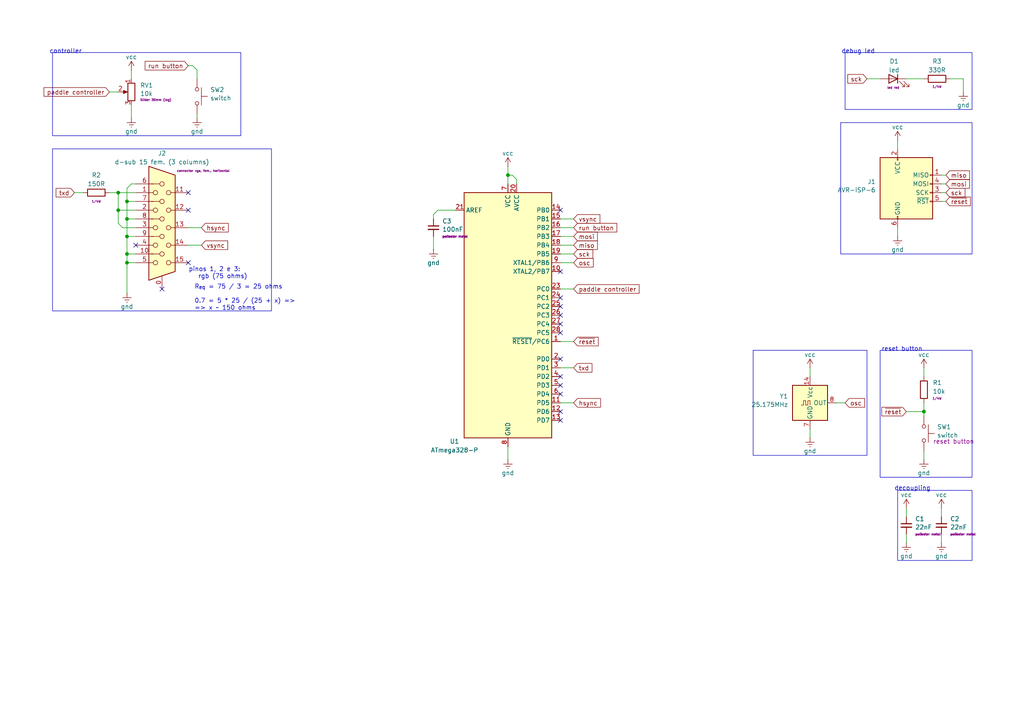
<source format=kicad_sch>
(kicad_sch (version 20231120) (generator "eeschema") (generator_version "8.0")
  (paper "A4")
  (title_block (title "avr pong") (date "2025-02-15") (rev "1.0") (company "KryptonPlusPlus") (comment 1 "pong game in avr (atmega328p)"))
  (lib_symbols
    (symbol "Connector:AVR-ISP-6" (pin_names (offset 1.016))
      (property "Reference" "J" (at -6.35 11.43 0))
      (property "Value" "AVR-ISP-6" (at 0 11.43 0))
      (symbol "AVR-ISP-6_0_1"
        (rectangle (start -2.667 -6.858) (end -2.413 -7.62))
        (rectangle (start -2.667 10.16) (end -2.413 9.398))
        (rectangle (start 7.62 -2.413) (end 6.858 -2.667))
        (rectangle (start 7.62 0.127) (end 6.858 -0.127))
        (rectangle (start 7.62 2.667) (end 6.858 2.413))
        (rectangle (start 7.62 5.207) (end 6.858 4.953))
        (rectangle (start 7.62 10.16) (end -7.62 -7.62) (stroke (width 0.254)) (fill (type background)))
      )
      (symbol "AVR-ISP-6_1_1"
        (pin passive line (at 10.16 5.08 180) (length 2.54) (name "MISO") (number "1"))
        (pin passive line (at -2.54 12.7 270) (length 2.54) (name "VCC") (number "2"))
        (pin passive line (at 10.16 0 180) (length 2.54) (name "SCK") (number "3"))
        (pin passive line (at 10.16 2.54 180) (length 2.54) (name "MOSI") (number "4"))
        (pin passive line (at 10.16 -2.54 180) (length 2.54) (name "~{RST}") (number "5"))
        (pin passive line (at -2.54 -10.16 90) (length 2.54) (name "GND") (number "6"))
      )
    )
    (symbol "Connector:DE15_Receptacle_HighDensity_MountingHoles" (pin_names (offset 1.016) hide)
      (property "Reference" "J" (at 0 21.59 0))
      (property "Value" "DE15_Receptacle_HighDensity_MountingHoles" (at 0 19.05 0))
      (symbol "DE15_Receptacle_HighDensity_MountingHoles_0_1"
        (circle (center -1.905 -10.16) (radius 0.635))
        (circle (center -1.905 -5.08) (radius 0.635))
        (circle (center -1.905 0) (radius 0.635))
        (circle (center -1.905 5.08) (radius 0.635))
        (circle (center -1.905 10.16) (radius 0.635))
        (circle (center 0 -7.62) (radius 0.635))
        (circle (center 0 -2.54) (radius 0.635))
        (polyline (pts (xy -3.175 7.62) (xy -0.635 7.62)))
        (polyline (pts (xy -0.635 -7.62) (xy -3.175 -7.62)))
        (polyline (pts (xy -0.635 -2.54) (xy -3.175 -2.54)))
        (polyline (pts (xy -0.635 2.54) (xy -3.175 2.54)))
        (polyline (pts (xy -0.635 12.7) (xy -3.175 12.7)))
        (polyline (pts (xy -3.81 17.78) (xy -3.81 -15.24) (xy 3.81 -12.7) (xy 3.81 15.24) (xy -3.81 17.78)) (stroke (width 0.254)) (fill (type background)))
        (circle (center 0 2.54) (radius 0.635))
        (circle (center 0 7.62) (radius 0.635))
        (circle (center 0 12.7) (radius 0.635))
        (circle (center 1.905 -10.16) (radius 0.635))
        (circle (center 1.905 -5.08) (radius 0.635))
        (circle (center 1.905 0) (radius 0.635))
        (circle (center 1.905 5.08) (radius 0.635))
        (circle (center 1.905 10.16) (radius 0.635))
      )
      (symbol "DE15_Receptacle_HighDensity_MountingHoles_1_1"
        (pin passive line (at 0 -17.78 90) (length 3.81) (name "~") (number "0"))
        (pin passive line (at -7.62 10.16 0) (length 5.08) (name "~") (number "1"))
        (pin passive line (at -7.62 -7.62 0) (length 5.08) (name "~") (number "10"))
        (pin passive line (at 7.62 10.16 180) (length 5.08) (name "~") (number "11"))
        (pin passive line (at 7.62 5.08 180) (length 5.08) (name "~") (number "12"))
        (pin passive line (at 7.62 0 180) (length 5.08) (name "~") (number "13"))
        (pin passive line (at 7.62 -5.08 180) (length 5.08) (name "~") (number "14"))
        (pin passive line (at 7.62 -10.16 180) (length 5.08) (name "~") (number "15"))
        (pin passive line (at -7.62 5.08 0) (length 5.08) (name "~") (number "2"))
        (pin passive line (at -7.62 0 0) (length 5.08) (name "~") (number "3"))
        (pin passive line (at -7.62 -5.08 0) (length 5.08) (name "~") (number "4"))
        (pin passive line (at -7.62 -10.16 0) (length 5.08) (name "~") (number "5"))
        (pin passive line (at -7.62 12.7 0) (length 5.08) (name "~") (number "6"))
        (pin passive line (at -7.62 7.62 0) (length 5.08) (name "~") (number "7"))
        (pin passive line (at -7.62 2.54 0) (length 5.08) (name "~") (number "8"))
        (pin passive line (at -7.62 -2.54 0) (length 5.08) (name "~") (number "9"))
      )
    )
    (symbol "Device:C_Small" (pin_numbers hide) (pin_names (offset 0.254) hide)
      (property "Reference" "C" (at 0.254 1.778 0))
      (property "Value" "C_Small" (at 0.254 -2.032 0))
      (symbol "C_Small_0_1"
        (polyline (pts (xy -1.524 -0.508) (xy 1.524 -0.508)) (stroke (width 0.3302)))
        (polyline (pts (xy -1.524 0.508) (xy 1.524 0.508)) (stroke (width 0.3048)))
      )
      (symbol "C_Small_1_1"
        (pin passive line (at 0 2.54 270) (length 2.032) (name "~") (number "1"))
        (pin passive line (at 0 -2.54 90) (length 2.032) (name "~") (number "2"))
      )
    )
    (symbol "Device:LED" (pin_numbers hide) (pin_names (offset 1.016) hide)
      (property "Reference" "D" (at 0 2.54 0))
      (property "Value" "LED" (at 0 -2.54 0))
      (symbol "LED_0_1"
        (polyline (pts (xy -1.27 -1.27) (xy -1.27 1.27)) (stroke (width 0.254)))
        (polyline (pts (xy -1.27 0) (xy 1.27 0)))
        (polyline (pts (xy 1.27 -1.27) (xy 1.27 1.27) (xy -1.27 0) (xy 1.27 -1.27)) (stroke (width 0.254)))
        (polyline (pts (xy -3.048 -0.762) (xy -4.572 -2.286) (xy -3.81 -2.286) (xy -4.572 -2.286) (xy -4.572 -1.524)))
        (polyline (pts (xy -1.778 -0.762) (xy -3.302 -2.286) (xy -2.54 -2.286) (xy -3.302 -2.286) (xy -3.302 -1.524)))
      )
      (symbol "LED_1_1"
        (pin passive line (at -3.81 0 0) (length 2.54) (name "K") (number "1"))
        (pin passive line (at 3.81 0 180) (length 2.54) (name "A") (number "2"))
      )
    )
    (symbol "Device:R" (pin_numbers hide) (pin_names (offset 0))
      (property "Reference" "R" (at 2.032 0 90))
      (property "Value" "R" (at 0 0 90))
      (symbol "R_0_1"
        (rectangle (start -1.016 -2.54) (end 1.016 2.54) (stroke (width 0.254)))
      )
      (symbol "R_1_1"
        (pin passive line (at 0 3.81 270) (length 1.27) (name "~") (number "1"))
        (pin passive line (at 0 -3.81 90) (length 1.27) (name "~") (number "2"))
      )
    )
    (symbol "Device:R_Potentiometer" (pin_names (offset 1.016) hide)
      (property "Reference" "RV" (at -4.445 0 90))
      (property "Value" "R_Potentiometer" (at -2.54 0 90))
      (symbol "R_Potentiometer_0_1"
        (polyline (pts (xy 2.54 0) (xy 1.524 0)))
        (polyline (pts (xy 1.143 0) (xy 2.286 0.508) (xy 2.286 -0.508) (xy 1.143 0)) (fill (type outline)))
        (rectangle (start 1.016 2.54) (end -1.016 -2.54) (stroke (width 0.254)))
      )
      (symbol "R_Potentiometer_1_1"
        (pin passive line (at 0 3.81 270) (length 1.27) (name "1") (number "1"))
        (pin passive line (at 3.81 0 180) (length 1.27) (name "2") (number "2"))
        (pin passive line (at 0 -3.81 90) (length 1.27) (name "3") (number "3"))
      )
    )
    (symbol "MCU_Microchip_ATmega:ATmega328-P"
      (property "Reference" "U" (at -12.7 36.83 0))
      (property "Value" "ATmega328-P" (at 2.54 -36.83 0))
      (symbol "ATmega328-P_0_1"
        (rectangle (start -12.7 -35.56) (end 12.7 35.56) (stroke (width 0.254)) (fill (type background)))
      )
      (symbol "ATmega328-P_1_1"
        (pin bidirectional line (at 15.24 -7.62 180) (length 2.54) (name "~{RESET}/PC6") (number "1"))
        (pin bidirectional line (at 15.24 12.7 180) (length 2.54) (name "XTAL2/PB7") (number "10"))
        (pin bidirectional line (at 15.24 -25.4 180) (length 2.54) (name "PD5") (number "11"))
        (pin bidirectional line (at 15.24 -27.94 180) (length 2.54) (name "PD6") (number "12"))
        (pin bidirectional line (at 15.24 -30.48 180) (length 2.54) (name "PD7") (number "13"))
        (pin bidirectional line (at 15.24 30.48 180) (length 2.54) (name "PB0") (number "14"))
        (pin bidirectional line (at 15.24 27.94 180) (length 2.54) (name "PB1") (number "15"))
        (pin bidirectional line (at 15.24 25.4 180) (length 2.54) (name "PB2") (number "16"))
        (pin bidirectional line (at 15.24 22.86 180) (length 2.54) (name "PB3") (number "17"))
        (pin bidirectional line (at 15.24 20.32 180) (length 2.54) (name "PB4") (number "18"))
        (pin bidirectional line (at 15.24 17.78 180) (length 2.54) (name "PB5") (number "19"))
        (pin bidirectional line (at 15.24 -12.7 180) (length 2.54) (name "PD0") (number "2"))
        (pin power_in line (at 2.54 38.1 270) (length 2.54) (name "AVCC") (number "20"))
        (pin passive line (at -15.24 30.48 0) (length 2.54) (name "AREF") (number "21"))
        (pin passive line (at 0 -38.1 90) (length 2.54) hide (name "GND") (number "22"))
        (pin bidirectional line (at 15.24 7.62 180) (length 2.54) (name "PC0") (number "23"))
        (pin bidirectional line (at 15.24 5.08 180) (length 2.54) (name "PC1") (number "24"))
        (pin bidirectional line (at 15.24 2.54 180) (length 2.54) (name "PC2") (number "25"))
        (pin bidirectional line (at 15.24 0 180) (length 2.54) (name "PC3") (number "26"))
        (pin bidirectional line (at 15.24 -2.54 180) (length 2.54) (name "PC4") (number "27"))
        (pin bidirectional line (at 15.24 -5.08 180) (length 2.54) (name "PC5") (number "28"))
        (pin bidirectional line (at 15.24 -15.24 180) (length 2.54) (name "PD1") (number "3"))
        (pin bidirectional line (at 15.24 -17.78 180) (length 2.54) (name "PD2") (number "4"))
        (pin bidirectional line (at 15.24 -20.32 180) (length 2.54) (name "PD3") (number "5"))
        (pin bidirectional line (at 15.24 -22.86 180) (length 2.54) (name "PD4") (number "6"))
        (pin power_in line (at 0 38.1 270) (length 2.54) (name "VCC") (number "7"))
        (pin power_in line (at 0 -38.1 90) (length 2.54) (name "GND") (number "8"))
        (pin bidirectional line (at 15.24 15.24 180) (length 2.54) (name "XTAL1/PB6") (number "9"))
      )
    )
    (symbol "Oscillator:ACO-xxxMHz" (pin_names (offset 0.254))
      (property "Reference" "Y" (at -5.08 6.35 0))
      (property "Value" "ACO-xxxMHz" (at 1.27 -6.35 0))
      (symbol "ACO-xxxMHz_0_1"
        (rectangle (start -5.08 5.08) (end 5.08 -5.08) (stroke (width 0.254)) (fill (type background)))
        (polyline (pts (xy -2.54 -0.635) (xy -1.905 -0.635) (xy -1.905 0.635) (xy -1.27 0.635) (xy -1.27 -0.635) (xy -0.635 -0.635) (xy -0.635 0.635) (xy 0 0.635) (xy 0 -0.635)))
      )
      (symbol "ACO-xxxMHz_1_1"
        (pin no_connect line (at -5.08 2.54 0) (length 2.54) hide (name "NC") (number "1"))
        (pin power_in line (at 0 7.62 270) (length 2.54) (name "Vcc") (number "14"))
        (pin power_in line (at 0 -7.62 90) (length 2.54) (name "GND") (number "7"))
        (pin output line (at 7.62 0 180) (length 2.54) (name "OUT") (number "8"))
      )
    )
    (symbol "Switch:SW_Push" (pin_numbers hide) (pin_names (offset 1.016) hide)
      (property "Reference" "SW" (at 1.27 2.54 0))
      (property "Value" "SW_Push" (at 0 -1.524 0))
      (symbol "SW_Push_0_1"
        (circle (center -2.032 0) (radius 0.508))
        (polyline (pts (xy 0 1.27) (xy 0 3.048)))
        (polyline (pts (xy 2.54 1.27) (xy -2.54 1.27)))
        (circle (center 2.032 0) (radius 0.508))
        (pin passive line (at -5.08 0 0) (length 2.54) (name "1") (number "1"))
        (pin passive line (at 5.08 0 180) (length 2.54) (name "2") (number "2"))
      )
    )
    (symbol "power:Earth" (power) (pin_numbers hide) (pin_names (offset 0) hide)
      (property "Value" "Earth" (at 0 -3.81 0))
      (symbol "Earth_0_1"
        (polyline (pts (xy -0.635 -1.905) (xy 0.635 -1.905)))
        (polyline (pts (xy -0.127 -2.54) (xy 0.127 -2.54)))
        (polyline (pts (xy 0 -1.27) (xy 0 0)))
        (polyline (pts (xy 1.27 -1.27) (xy -1.27 -1.27)))
      )
      (symbol "Earth_1_1"
        (pin power_in line (at 0 0 270) (length 0) (name "~") (number "1"))
      )
    )
    (symbol "power:VCC" (power) (pin_numbers hide) (pin_names (offset 0) hide)
      (property "Value" "VCC" (at 0 3.556 0))
      (symbol "VCC_0_1"
        (polyline (pts (xy -0.762 1.27) (xy 0 2.54)))
        (polyline (pts (xy 0 0) (xy 0 2.54)))
        (polyline (pts (xy 0 2.54) (xy 0.762 1.27)))
      )
      (symbol "VCC_1_1"
        (pin power_in line (at 0 0 90) (length 0) (name "~") (number "1"))
      )
    )
  )
  (junction (at 147.32 50.8))
  (junction (at 36.83 76.2))
  (junction (at 267.97 119.38))
  (junction (at 34.29 55.88))
  (junction (at 36.83 73.66))
  (junction (at 36.83 58.42))
  (junction (at 34.29 60.96))
  (junction (at 36.83 68.58))
  (junction (at 36.83 63.5))
  (no_connect (at 162.56 91.44))
  (no_connect (at 162.56 96.52))
  (no_connect (at 54.61 76.2))
  (no_connect (at 162.56 86.36))
  (no_connect (at 162.56 104.14))
  (no_connect (at 54.61 60.96))
  (no_connect (at 162.56 88.9))
  (no_connect (at 162.56 109.22))
  (no_connect (at 162.56 60.96))
  (no_connect (at 162.56 93.98))
  (no_connect (at 162.56 119.38))
  (no_connect (at 162.56 114.3))
  (no_connect (at 162.56 78.74))
  (no_connect (at 54.61 55.88))
  (no_connect (at 162.56 111.76))
  (no_connect (at 162.56 121.92))
  (no_connect (at 39.37 71.12))
  (no_connect (at 46.99 83.82))
  (wire (pts (xy 262.89 147.32) (xy 262.89 149.86)))
  (wire (pts (xy 260.35 66.04) (xy 260.35 68.58)))
  (wire (pts (xy 262.89 22.86) (xy 267.97 22.86)))
  (wire (pts (xy 149.86 53.34) (xy 149.86 52.07)))
  (wire (pts (xy 162.56 116.84) (xy 166.37 116.84)))
  (wire (pts (xy 39.37 63.5) (xy 36.83 63.5)))
  (wire (pts (xy 39.37 68.58) (xy 36.83 68.58)))
  (wire (pts (xy 162.56 76.2) (xy 166.37 76.2)))
  (wire (pts (xy 35.56 66.04) (xy 34.29 64.77)))
  (wire (pts (xy 36.83 58.42) (xy 39.37 58.42)))
  (wire (pts (xy 57.15 22.86) (xy 57.15 20.32)))
  (wire (pts (xy 279.4 22.86) (xy 275.59 22.86)))
  (wire (pts (xy 234.95 106.68) (xy 234.95 109.22)))
  (wire (pts (xy 267.97 120.65) (xy 267.97 119.38)))
  (wire (pts (xy 267.97 116.84) (xy 267.97 119.38)))
  (wire (pts (xy 54.61 71.12) (xy 58.42 71.12)))
  (wire (pts (xy 132.08 60.96) (xy 127 60.96)))
  (wire (pts (xy 279.4 26.67) (xy 279.4 22.86)))
  (wire (pts (xy 162.56 83.82) (xy 166.37 83.82)))
  (wire (pts (xy 273.05 50.8) (xy 274.32 50.8)))
  (wire (pts (xy 39.37 53.34) (xy 38.1 53.34)))
  (wire (pts (xy 267.97 106.68) (xy 267.97 109.22)))
  (wire (pts (xy 260.35 40.64) (xy 260.35 43.18)))
  (wire (pts (xy 31.75 26.67) (xy 34.29 26.67)))
  (wire (pts (xy 55.88 19.05) (xy 54.61 19.05)))
  (wire (pts (xy 36.83 73.66) (xy 36.83 68.58)))
  (wire (pts (xy 38.1 20.32) (xy 38.1 22.86)))
  (wire (pts (xy 273.05 55.88) (xy 274.32 55.88)))
  (wire (pts (xy 34.29 55.88) (xy 34.29 60.96)))
  (wire (pts (xy 149.86 52.07) (xy 148.59 50.8)))
  (wire (pts (xy 21.59 55.88) (xy 24.13 55.88)))
  (wire (pts (xy 147.32 50.8) (xy 147.32 53.34)))
  (wire (pts (xy 34.29 60.96) (xy 39.37 60.96)))
  (wire (pts (xy 39.37 73.66) (xy 36.83 73.66)))
  (wire (pts (xy 36.83 76.2) (xy 36.83 73.66)))
  (wire (pts (xy 273.05 53.34) (xy 274.32 53.34)))
  (wire (pts (xy 39.37 55.88) (xy 34.29 55.88)))
  (wire (pts (xy 147.32 129.54) (xy 147.32 133.35)))
  (wire (pts (xy 39.37 76.2) (xy 36.83 76.2)))
  (wire (pts (xy 38.1 30.48) (xy 38.1 34.29)))
  (wire (pts (xy 127 60.96) (xy 125.73 62.23)))
  (wire (pts (xy 38.1 53.34) (xy 36.83 54.61)))
  (wire (pts (xy 162.56 106.68) (xy 166.37 106.68)))
  (wire (pts (xy 125.73 68.58) (xy 125.73 72.39)))
  (wire (pts (xy 273.05 58.42) (xy 274.32 58.42)))
  (wire (pts (xy 36.83 68.58) (xy 36.83 63.5)))
  (wire (pts (xy 273.05 147.32) (xy 273.05 149.86)))
  (wire (pts (xy 36.83 76.2) (xy 36.83 85.09)))
  (wire (pts (xy 148.59 50.8) (xy 147.32 50.8)))
  (wire (pts (xy 54.61 66.04) (xy 58.42 66.04)))
  (wire (pts (xy 162.56 71.12) (xy 166.37 71.12)))
  (wire (pts (xy 234.95 124.46) (xy 234.95 127)))
  (wire (pts (xy 162.56 99.06) (xy 166.37 99.06)))
  (wire (pts (xy 273.05 154.94) (xy 273.05 157.48)))
  (wire (pts (xy 162.56 66.04) (xy 166.37 66.04)))
  (wire (pts (xy 262.89 119.38) (xy 267.97 119.38)))
  (wire (pts (xy 34.29 64.77) (xy 34.29 60.96)))
  (wire (pts (xy 267.97 130.81) (xy 267.97 133.35)))
  (wire (pts (xy 36.83 54.61) (xy 36.83 58.42)))
  (wire (pts (xy 242.57 116.84) (xy 245.11 116.84)))
  (wire (pts (xy 162.56 73.66) (xy 166.37 73.66)))
  (wire (pts (xy 125.73 62.23) (xy 125.73 63.5)))
  (wire (pts (xy 162.56 63.5) (xy 166.37 63.5)))
  (wire (pts (xy 36.83 58.42) (xy 36.83 63.5)))
  (wire (pts (xy 39.37 66.04) (xy 35.56 66.04)))
  (wire (pts (xy 162.56 68.58) (xy 166.37 68.58)))
  (wire (pts (xy 31.75 55.88) (xy 34.29 55.88)))
  (wire (pts (xy 57.15 33.02) (xy 57.15 34.29)))
  (wire (pts (xy 262.89 154.94) (xy 262.89 157.48)))
  (wire (pts (xy 57.15 20.32) (xy 55.88 19.05)))
  (wire (pts (xy 147.32 48.26) (xy 147.32 50.8)))
  (wire (pts (xy 251.46 22.86) (xy 255.27 22.86)))
  (rectangle (start 243.84 35.56) (end 281.94 73.66))
  (rectangle (start 245.11 15.24) (end 281.94 31.75))
  (rectangle (start 218.44 101.6) (end 251.46 132.08))
  (rectangle (start 260.35 142.24) (end 281.94 162.56))
  (rectangle (start 15.24 43.18) (end 78.74 90.17))
  (rectangle (start 15.24 15.24) (end 69.85 39.37))
  (rectangle (start 255.27 101.6) (end 281.94 138.43))
  (text "controller\n" (at 19.05 14.986 0) (effects (font (size 1.27 1.27))))
  (text "R_{eq} = 75 / 3 = 25 ohms\n\n0.7 = 5 * 25 / (25 + x) => \n=> x ~ 150 ohms" (at 56.388 86.36 0) (effects (font (size 1.27 1.27)) (justify left)))
  (text "reset button" (at 261.62 101.346 0) (effects (font (size 1.27 1.27))))
  (text "pinos 1, 2 e 3:\n	rgb (75 ohms)" (at 62.23 79.248 0) (effects (font (size 1.27 1.27))))
  (text "decoupling" (at 264.668 141.732 0) (effects (font (size 1.27 1.27))))
  (text "debug led" (at 248.92 14.986 0) (effects (font (size 1.27 1.27))))
  (global_label "mosi" (shape input) (at 274.32 53.34 0) (property "Intersheetrefs" "${INTERSHEET_REFS}" (effects (hide yes))))
  (global_label "miso" (shape input) (at 274.32 50.8 0) (property "Intersheetrefs" "${INTERSHEET_REFS}" (effects (hide yes))))
  (global_label "~{reset}" (shape input) (at 166.37 99.06 0) (property "Intersheetrefs" "${INTERSHEET_REFS}" (effects (hide yes))))
  (global_label "miso" (shape input) (at 166.37 71.12 0) (property "Intersheetrefs" "${INTERSHEET_REFS}" (effects (hide yes))))
  (global_label "hsync" (shape input) (at 166.37 116.84 0) (property "Intersheetrefs" "${INTERSHEET_REFS}" (effects (hide yes))))
  (global_label "~{reset}" (shape input) (at 262.89 119.38 180) (property "Intersheetrefs" "${INTERSHEET_REFS}" (effects (hide yes))))
  (global_label "osc" (shape input) (at 245.11 116.84 0) (property "Intersheetrefs" "${INTERSHEET_REFS}" (effects (hide yes))))
  (global_label "vsync" (shape input) (at 58.42 71.12 0) (property "Intersheetrefs" "${INTERSHEET_REFS}" (effects (hide yes))))
  (global_label "paddle controller" (shape input) (at 31.75 26.67 180) (property "Intersheetrefs" "${INTERSHEET_REFS}" (effects (hide yes))))
  (global_label "vsync" (shape input) (at 166.37 63.5 0) (property "Intersheetrefs" "${INTERSHEET_REFS}" (effects (hide yes))))
  (global_label "osc" (shape input) (at 166.37 76.2 0) (property "Intersheetrefs" "${INTERSHEET_REFS}" (effects (hide yes))))
  (global_label "sck" (shape input) (at 274.32 55.88 0) (property "Intersheetrefs" "${INTERSHEET_REFS}" (effects (hide yes))))
  (global_label "sck" (shape input) (at 166.37 73.66 0) (property "Intersheetrefs" "${INTERSHEET_REFS}" (effects (hide yes))))
  (global_label "txd" (shape input) (at 21.59 55.88 180) (property "Intersheetrefs" "${INTERSHEET_REFS}" (effects (hide yes))))
  (global_label "hsync" (shape input) (at 58.42 66.04 0) (property "Intersheetrefs" "${INTERSHEET_REFS}" (effects (hide yes))))
  (global_label "paddle controller" (shape input) (at 166.37 83.82 0) (property "Intersheetrefs" "${INTERSHEET_REFS}" (effects (hide yes))))
  (global_label "txd" (shape input) (at 166.37 106.68 0) (property "Intersheetrefs" "${INTERSHEET_REFS}" (effects (hide yes))))
  (global_label "mosi" (shape input) (at 166.37 68.58 0) (property "Intersheetrefs" "${INTERSHEET_REFS}" (effects (hide yes))))
  (global_label "~{reset}" (shape input) (at 274.32 58.42 0) (property "Intersheetrefs" "${INTERSHEET_REFS}" (effects (hide yes))))
  (global_label "run button" (shape input) (at 54.61 19.05 180) (property "Intersheetrefs" "${INTERSHEET_REFS}" (effects (hide yes))))
  (global_label "run button" (shape input) (at 166.37 66.04 0) (property "Intersheetrefs" "${INTERSHEET_REFS}" (effects (hide yes))))
  (global_label "sck" (shape input) (at 251.46 22.86 180) (property "Intersheetrefs" "${INTERSHEET_REFS}" (effects (hide yes))))
  (symbol (lib_id "power:Earth") (at 260.35 68.58 0) (unit 1)
    (property "Reference" "#PWR015" (effects (hide yes)))
    (property "Value" "gnd" (at 260.35 72.39 0))
    (property "Description" "Power symbol creates a global label with name \"Earth\"" (effects (hide yes)))
  )
  (symbol (lib_id "power:Earth") (at 279.4 26.67 0) (unit 1)
    (property "Reference" "#PWR018" (effects (hide yes)))
    (property "Value" "gnd" (at 279.4 30.48 0))
    (property "Description" "Power symbol creates a global label with name \"Earth\"" (effects (hide yes)))
  )
  (symbol (lib_id "Device:C_Small") (at 273.05 152.4 0) (unit 1)
    (property "Reference" "C2" (at 275.59 150.5012 0) (effects (justify left)))
    (property "Value" "22nF" (at 275.59 152.908 0) (effects (justify left)))
    (property "Footprint" "Capacitor_THT:C_Rect_L7.0mm_W2.5mm_P5.00mm" (effects (hide yes)))
    (property "Description" "poliester metal" (at 275.59 154.94 0) (effects (font (size 0.635 0.635)) (justify left)))
  )
  (symbol (lib_id "power:Earth") (at 267.97 133.35 0) (unit 1)
    (property "Reference" "#PWR03" (effects (hide yes)))
    (property "Value" "gnd" (at 267.97 137.16 0))
    (property "Description" "Power symbol creates a global label with name \"Earth\"" (effects (hide yes)))
  )
  (symbol (lib_id "power:Earth") (at 147.32 133.35 0) (unit 1)
    (property "Reference" "#PWR01" (effects (hide yes)))
    (property "Value" "gnd" (at 147.32 137.16 0))
    (property "Description" "Power symbol creates a global label with name \"Earth\"" (effects (hide yes)))
  )
  (symbol (lib_id "Device:R") (at 27.94 55.88 270) (unit 1)
    (property "Reference" "R2" (at 27.94 50.8 90))
    (property "Value" "150R" (at 27.94 53.34 90))
    (property "Footprint" "Resistor_THT:R_Axial_DIN0207_L6.3mm_D2.5mm_P10.16mm_Horizontal" (effects (hide yes)))
    (property "Description" "1/4W" (at 27.94 58.42 90) (effects (font (size 0.635 0.635))))
  )
  (symbol (lib_id "Device:C_Small") (at 262.89 152.4 0) (unit 1)
    (property "Reference" "C1" (at 265.43 150.5012 0) (effects (justify left)))
    (property "Value" "22nF" (at 265.43 152.908 0) (effects (justify left)))
    (property "Footprint" "Capacitor_THT:C_Rect_L7.0mm_W2.5mm_P5.00mm" (effects (hide yes)))
    (property "Description" "poliester metal" (at 265.43 154.94 0) (effects (font (size 0.635 0.635)) (justify left)))
  )
  (symbol (lib_id "Connector:AVR-ISP-6") (at 262.89 55.88 0) (unit 1)
    (property "Reference" "J1" (at 254 52.7049 0) (effects (justify right)))
    (property "Value" "AVR-ISP-6" (at 254 55.118 0) (effects (justify right)))
    (property "Footprint" "Connector_IDC:IDC-Header_2x03_P2.54mm_Vertical" (effects (hide yes)))
    (property "Description" "Atmel 6-pin ISP connector" (effects (hide yes)))
  )
  (symbol (lib_id "power:Earth") (at 38.1 34.29 0) (unit 1)
    (property "Reference" "#PWR012" (effects (hide yes)))
    (property "Value" "gnd" (at 38.1 38.1 0))
    (property "Description" "Power symbol creates a global label with name \"Earth\"" (effects (hide yes)))
  )
  (symbol (lib_id "Device:R") (at 271.78 22.86 270) (unit 1)
    (property "Reference" "R3" (at 271.78 17.78 90))
    (property "Value" "330R" (at 271.78 20.32 90))
    (property "Footprint" "Resistor_THT:R_Axial_DIN0207_L6.3mm_D2.5mm_P10.16mm_Horizontal" (effects (hide yes)))
    (property "Description" "1/4W" (at 271.78 25.146 90) (effects (font (size 0.635 0.635))))
  )
  (symbol (lib_id "power:Earth") (at 125.73 72.39 0) (unit 1)
    (property "Reference" "#PWR09" (effects (hide yes)))
    (property "Value" "gnd" (at 125.73 76.2 0))
    (property "Description" "Power symbol creates a global label with name \"Earth\"" (effects (hide yes)))
  )
  (symbol (lib_id "Connector:DE15_Receptacle_HighDensity_MountingHoles") (at 46.99 66.04 0) (unit 1)
    (property "Reference" "J2" (at 46.99 44.45 0))
    (property "Value" "d-sub 15 fem. (3 columns)" (at 46.99 46.99 0))
    (property "Footprint" "Connector_Dsub:DSUB-15-HD_Female_Horizontal_P2.29x2.54mm_EdgePinOffset8.35mm_Housed_MountingHolesOffset10.89mm" (effects (hide yes)))
    (property "Description" "connector vga, fem., horizontal" (at 51.308 49.53 0) (effects (font (size 0.635 0.635)) (justify left)))
  )
  (symbol (lib_id "power:Earth") (at 273.05 157.48 0) (unit 1)
    (property "Reference" "#PWR08" (effects (hide yes)))
    (property "Value" "gnd" (at 273.05 161.29 0))
    (property "Description" "Power symbol creates a global label with name \"Earth\"" (effects (hide yes)))
  )
  (symbol (lib_id "power:Earth") (at 57.15 34.29 0) (unit 1)
    (property "Reference" "#PWR013" (effects (hide yes)))
    (property "Value" "gnd" (at 57.15 38.1 0))
    (property "Description" "Power symbol creates a global label with name \"Earth\"" (effects (hide yes)))
  )
  (symbol (lib_id "Device:R") (at 267.97 113.03 0) (unit 1)
    (property "Reference" "R1" (at 270.51 110.998 0) (effects (justify left)))
    (property "Value" "10k" (at 270.51 113.538 0) (effects (justify left)))
    (property "Footprint" "Resistor_THT:R_Axial_DIN0207_L6.3mm_D2.5mm_P10.16mm_Horizontal" (effects (hide yes)))
    (property "Description" "1/4W" (at 271.78 115.57 0) (effects (font (size 0.635 0.635))))
  )
  (symbol (lib_id "Oscillator:ACO-xxxMHz") (at 234.95 116.84 0) (unit 1)
    (property "Reference" "Y1" (at 228.6 114.9349 0) (effects (justify right)))
    (property "Value" "25.175MHz" (at 228.6 117.348 0) (effects (justify right)))
    (property "Footprint" "Oscillator:Oscillator_DIP-14" (effects (hide yes)))
    (property "Datasheet" "http://www.conwin.com/datasheets/cx/cx030.pdf" (effects (hide yes)))
    (property "Description" "HCMOS Crystal Clock Oscillator, DIP14-style metal package" (effects (hide yes)))
  )
  (symbol (lib_id "Device:R_Potentiometer") (at 38.1 26.67 0) (mirror y) (unit 1)
    (property "Reference" "RV1" (at 40.64 24.7649 0) (effects (justify right)))
    (property "Value" "10k" (at 40.64 27.178 0) (effects (justify right)))
    (property "Footprint" "Potentiometer_THT:Potentiometer_Bourns_PTA3043_Single_Slide" (effects (hide yes)))
    (property "Description" "Slider 30mm (log)" (at 40.64 28.956 0) (effects (font (size 0.635 0.635)) (justify right)))
  )
  (symbol (lib_id "power:Earth") (at 262.89 157.48 0) (unit 1)
    (property "Reference" "#PWR07" (effects (hide yes)))
    (property "Value" "gnd" (at 262.89 161.29 0))
    (property "Description" "Power symbol creates a global label with name \"Earth\"" (effects (hide yes)))
  )
  (symbol (lib_id "Device:C_Small") (at 125.73 66.04 0) (unit 1)
    (property "Reference" "C3" (at 128.27 64.1412 0) (effects (justify left)))
    (property "Value" "100nF" (at 128.27 66.548 0) (effects (justify left)))
    (property "Footprint" "Capacitor_THT:C_Rect_L7.0mm_W2.5mm_P5.00mm" (effects (hide yes)))
    (property "Description" "poliester metal" (at 128.27 68.58 0) (effects (font (size 0.635 0.635)) (justify left)))
  )
  (symbol (lib_id "power:VCC") (at 260.35 40.64 0) (unit 1)
    (property "Reference" "#PWR014" (effects (hide yes)))
    (property "Value" "vcc" (at 260.35 36.83 0))
    (property "Description" "Power symbol creates a global label with name \"VCC\"" (effects (hide yes)))
  )
  (symbol (lib_id "power:VCC") (at 262.89 147.32 0) (unit 1)
    (property "Reference" "#PWR05" (effects (hide yes)))
    (property "Value" "vcc" (at 262.89 143.51 0))
    (property "Description" "Power symbol creates a global label with name \"VCC\"" (effects (hide yes)))
  )
  (symbol (lib_id "power:VCC") (at 273.05 147.32 0) (unit 1)
    (property "Reference" "#PWR06" (effects (hide yes)))
    (property "Value" "vcc" (at 273.05 143.51 0))
    (property "Description" "Power symbol creates a global label with name \"VCC\"" (effects (hide yes)))
  )
  (symbol (lib_id "Switch:SW_Push") (at 267.97 125.73 270) (unit 1)
    (property "Reference" "SW1" (at 271.78 123.8249 90) (effects (justify left)))
    (property "Value" "switch" (at 271.78 126.238 90) (effects (justify left)))
    (property "Footprint" "Button_Switch_THT:SW_PUSH_6mm_H4.3mm" (effects (hide yes)))
    (property "Description" "reset button" (at 276.606 128.016 90))
  )
  (symbol (lib_id "MCU_Microchip_ATmega:ATmega328-P") (at 147.32 91.44 0) (unit 1)
    (property "Reference" "U1" (at 131.826 128.016 0))
    (property "Value" "ATmega328-P" (at 131.826 130.556 0))
    (property "Footprint" "Package_DIP:DIP-28_W7.62mm" (effects (hide yes)))
    (property "Datasheet" "http://ww1.microchip.com/downloads/en/DeviceDoc/ATmega328_P%20AVR%20MCU%20with%20picoPower%20Technology%20Data%20Sheet%2040001984A.pdf" (effects (hide yes)))
    (property "Description" "20MHz, 32kB Flash, 2kB SRAM, 1kB EEPROM, DIP-28" (effects (hide yes)))
  )
  (symbol (lib_id "power:VCC") (at 234.95 106.68 0) (unit 1)
    (property "Reference" "#PWR017" (effects (hide yes)))
    (property "Value" "vcc" (at 234.95 102.87 0))
    (property "Description" "Power symbol creates a global label with name \"VCC\"" (effects (hide yes)))
  )
  (symbol (lib_id "power:VCC") (at 267.97 106.68 0) (unit 1)
    (property "Reference" "#PWR04" (effects (hide yes)))
    (property "Value" "vcc" (at 267.97 102.87 0))
    (property "Description" "Power symbol creates a global label with name \"VCC\"" (effects (hide yes)))
  )
  (symbol (lib_id "power:VCC") (at 38.1 20.32 0) (unit 1)
    (property "Reference" "#PWR011" (effects (hide yes)))
    (property "Value" "vcc" (at 38.1 16.51 0))
    (property "Description" "Power symbol creates a global label with name \"VCC\"" (effects (hide yes)))
  )
  (symbol (lib_id "power:Earth") (at 234.95 127 0) (unit 1)
    (property "Reference" "#PWR016" (effects (hide yes)))
    (property "Value" "gnd" (at 234.95 130.81 0))
    (property "Description" "Power symbol creates a global label with name \"Earth\"" (effects (hide yes)))
  )
  (symbol (lib_id "Device:LED") (at 259.08 22.86 0) (mirror y) (unit 1)
    (property "Reference" "D1" (at 259.334 17.78 0))
    (property "Value" "led" (at 259.334 20.32 0))
    (property "Footprint" "LED_THT:LED_Rectangular_W5.0mm_H2.0mm" (effects (hide yes)))
    (property "Description" "led red" (at 259.08 25.4 0) (effects (font (size 0.635 0.635))))
  )
  (symbol (lib_id "power:VCC") (at 147.32 48.26 0) (unit 1)
    (property "Reference" "#PWR02" (effects (hide yes)))
    (property "Value" "vcc" (at 147.32 44.45 0))
    (property "Description" "Power symbol creates a global label with name \"VCC\"" (effects (hide yes)))
  )
  (symbol (lib_id "Switch:SW_Push") (at 57.15 27.94 270) (unit 1)
    (property "Reference" "SW2" (at 60.96 26.0349 90) (effects (justify left)))
    (property "Value" "switch" (at 60.96 28.448 90) (effects (justify left)))
    (property "Footprint" "Button_Switch_THT:SW_PUSH_6mm_H4.3mm" (effects (hide yes)))
    (property "Description" "Push button switch, generic, two pins" (effects (hide yes)))
  )
  (symbol (lib_id "power:Earth") (at 36.83 85.09 0) (unit 1)
    (property "Reference" "#PWR010" (effects (hide yes)))
    (property "Value" "gnd" (at 36.83 88.9 0))
    (property "Description" "Power symbol creates a global label with name \"Earth\"" (effects (hide yes)))
  )
)
</source>
